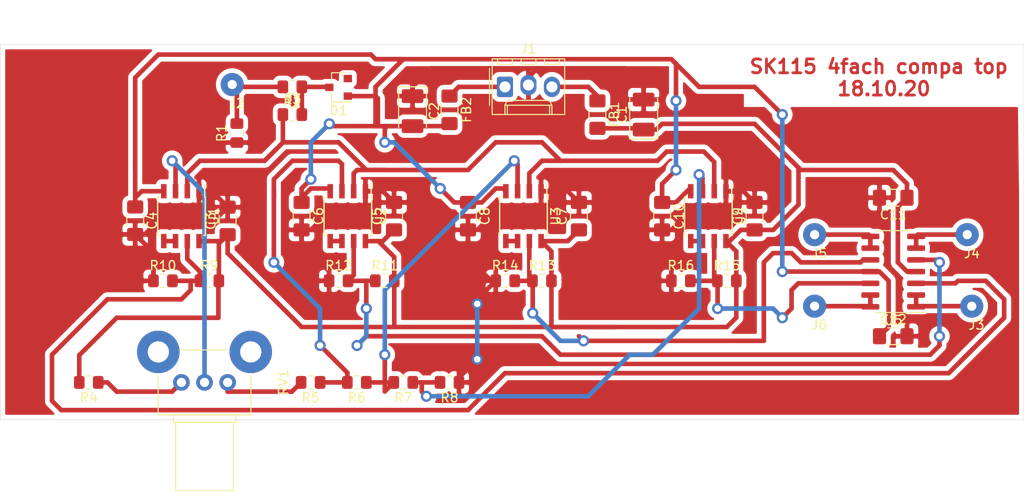
<source format=kicad_pcb>
(kicad_pcb (version 20171130) (host pcbnew "(5.1.6-0-10_14)")
  (layers (0 F.Cu signal) (31 B.Cu signal) (34 B.Paste user) (35 F.Paste user) (36 B.SilkS user) (37 F.SilkS user) (38 B.Mask user) (39 F.Mask user) (44 Edge.Cuts user))
  (net 0 "")
  (net 1 GND)
  (net 2 +5V)
  (net 3 -5V)
  (net 4 "Net-(D1-Pad3)")
  (net 5 "Net-(FB1-Pad1)")
  (net 6 "Net-(FB2-Pad1)")
  (net 7 "Net-(J2-Pad1)")
  (net 8 "Net-(J3-Pad1)")
  (net 9 "Net-(J4-Pad1)")
  (net 10 "Net-(J5-Pad1)")
  (net 11 "Net-(J6-Pad1)")
  (net 12 "Net-(R3-Pad1)")
  (net 13 "Net-(R4-Pad1)")
  (net 14 "Net-(R5-Pad2)")
  (net 15 "Net-(R5-Pad1)")
  (net 16 "Net-(R6-Pad1)")
  (net 17 "Net-(R7-Pad1)")
  (net 18 "Net-(R10-Pad2)")
  (net 19 "Net-(R11-Pad1)")
  (net 20 "Net-(R13-Pad1)")
  (net 21 "Net-(R15-Pad1)")
  (net 22 "Net-(U1-Pad5)")
  (net 23 "Net-(U2-Pad5)")
  (net 24 "Net-(U3-Pad5)")
  (net 25 "Net-(U4-Pad5)")
  (module synkie_footprints:SOIC-8_3.9x4.9mm_P1.27mm (layer F.Cu) (at 102 44 270)
    (fp_text reference U4 (at 0 -3.5 90) (layer F.SilkS))
    (fp_text value LM311D)
    (pad 8 smd rect (at 2.7 -1.905 270) (size 1.55 0.6) (layers F.Cu F.Paste F.Mask) (net 2 +5V))
    (pad 7 smd rect (at 2.7 -0.635 270) (size 1.55 0.6) (layers F.Cu F.Paste F.Mask) (net 21 "Net-(R15-Pad1)"))
    (pad 6 smd rect (at 2.7 0.635 270) (size 1.55 0.6) (layers F.Cu F.Paste F.Mask) (net 25 "Net-(U4-Pad5)"))
    (pad 5 smd rect (at 2.7 1.905 270) (size 1.55 0.6) (layers F.Cu F.Paste F.Mask) (net 25 "Net-(U4-Pad5)"))
    (pad 4 smd rect (at -2.7 1.905 270) (size 1.55 0.6) (layers F.Cu F.Paste F.Mask) (net 3 -5V))
    (pad 3 smd rect (at -2.7 0.635 270) (size 1.55 0.6) (layers F.Cu F.Paste F.Mask) (net 17 "Net-(R7-Pad1)"))
    (pad 2 smd rect (at -2.7 -0.635 270) (size 1.55 0.6) (layers F.Cu F.Paste F.Mask) (net 12 "Net-(R3-Pad1)"))
    (pad 1 smd rect (at -2.7 -1.905 270) (size 1.55 0.6) (layers F.Cu F.Paste F.Mask) (net 1 GND))
  )
  (module synkie_footprints:SOIC-8_3.9x4.9mm_P1.27mm (layer F.Cu) (at 82 44 270)
    (fp_text reference U3 (at 0 -3.5 90) (layer F.SilkS))
    (fp_text value LM311D)
    (pad 8 smd rect (at 2.7 -1.905 270) (size 1.55 0.6) (layers F.Cu F.Paste F.Mask) (net 2 +5V))
    (pad 7 smd rect (at 2.7 -0.635 270) (size 1.55 0.6) (layers F.Cu F.Paste F.Mask) (net 20 "Net-(R13-Pad1)"))
    (pad 6 smd rect (at 2.7 0.635 270) (size 1.55 0.6) (layers F.Cu F.Paste F.Mask) (net 24 "Net-(U3-Pad5)"))
    (pad 5 smd rect (at 2.7 1.905 270) (size 1.55 0.6) (layers F.Cu F.Paste F.Mask) (net 24 "Net-(U3-Pad5)"))
    (pad 4 smd rect (at -2.7 1.905 270) (size 1.55 0.6) (layers F.Cu F.Paste F.Mask) (net 3 -5V))
    (pad 3 smd rect (at -2.7 0.635 270) (size 1.55 0.6) (layers F.Cu F.Paste F.Mask) (net 16 "Net-(R6-Pad1)"))
    (pad 2 smd rect (at -2.7 -0.635 270) (size 1.55 0.6) (layers F.Cu F.Paste F.Mask) (net 12 "Net-(R3-Pad1)"))
    (pad 1 smd rect (at -2.7 -1.905 270) (size 1.55 0.6) (layers F.Cu F.Paste F.Mask) (net 1 GND))
  )
  (module synkie_footprints:SOIC-8_3.9x4.9mm_P1.27mm (layer F.Cu) (at 63 44 270)
    (fp_text reference U2 (at 0 -3.5 90) (layer F.SilkS))
    (fp_text value LM311D)
    (pad 8 smd rect (at 2.7 -1.905 270) (size 1.55 0.6) (layers F.Cu F.Paste F.Mask) (net 2 +5V))
    (pad 7 smd rect (at 2.7 -0.635 270) (size 1.55 0.6) (layers F.Cu F.Paste F.Mask) (net 19 "Net-(R11-Pad1)"))
    (pad 6 smd rect (at 2.7 0.635 270) (size 1.55 0.6) (layers F.Cu F.Paste F.Mask) (net 23 "Net-(U2-Pad5)"))
    (pad 5 smd rect (at 2.7 1.905 270) (size 1.55 0.6) (layers F.Cu F.Paste F.Mask) (net 23 "Net-(U2-Pad5)"))
    (pad 4 smd rect (at -2.7 1.905 270) (size 1.55 0.6) (layers F.Cu F.Paste F.Mask) (net 3 -5V))
    (pad 3 smd rect (at -2.7 0.635 270) (size 1.55 0.6) (layers F.Cu F.Paste F.Mask) (net 15 "Net-(R5-Pad1)"))
    (pad 2 smd rect (at -2.7 -0.635 270) (size 1.55 0.6) (layers F.Cu F.Paste F.Mask) (net 12 "Net-(R3-Pad1)"))
    (pad 1 smd rect (at -2.7 -1.905 270) (size 1.55 0.6) (layers F.Cu F.Paste F.Mask) (net 1 GND))
  )
  (module synkie_footprints:SOIC-8_3.9x4.9mm_P1.27mm (layer F.Cu) (at 45 44 270)
    (fp_text reference U1 (at 0 -3.5 90) (layer F.SilkS))
    (fp_text value LM311D)
    (pad 8 smd rect (at 2.7 -1.905 270) (size 1.55 0.6) (layers F.Cu F.Paste F.Mask) (net 2 +5V))
    (pad 7 smd rect (at 2.7 -0.635 270) (size 1.55 0.6) (layers F.Cu F.Paste F.Mask) (net 18 "Net-(R10-Pad2)"))
    (pad 6 smd rect (at 2.7 0.635 270) (size 1.55 0.6) (layers F.Cu F.Paste F.Mask) (net 22 "Net-(U1-Pad5)"))
    (pad 5 smd rect (at 2.7 1.905 270) (size 1.55 0.6) (layers F.Cu F.Paste F.Mask) (net 22 "Net-(U1-Pad5)"))
    (pad 4 smd rect (at -2.7 1.905 270) (size 1.55 0.6) (layers F.Cu F.Paste F.Mask) (net 3 -5V))
    (pad 3 smd rect (at -2.7 0.635 270) (size 1.55 0.6) (layers F.Cu F.Paste F.Mask) (net 14 "Net-(R5-Pad2)"))
    (pad 2 smd rect (at -2.7 -0.635 270) (size 1.55 0.6) (layers F.Cu F.Paste F.Mask) (net 12 "Net-(R3-Pad1)"))
    (pad 1 smd rect (at -2.7 -1.905 270) (size 1.55 0.6) (layers F.Cu F.Paste F.Mask) (net 1 GND))
  )
  (module synkie_footprints:Potentiometer_Alps_RK09K_Single_Horizontal (layer F.Cu) (at 45 62 270)
    (fp_text reference RV1 (at 0 -11.05 90) (layer F.SilkS))
    (fp_text value 10k)
    (pad "" thru_hole circle (at -3.3 2.5 270) (size 4.6 4.6) (drill 2.3) (layers *.Cu *.Mask))
    (pad "" thru_hole circle (at -3.3 -7.5 270) (size 4.6 4.6) (drill 2.3) (layers *.Cu *.Mask))
    (pad 1 thru_hole circle (at 0 0 270) (size 1.8 1.8) (drill 1) (layers *.Cu *.Mask) (net 13 "Net-(R4-Pad1)"))
    (pad 2 thru_hole circle (at 0 -2.5 270) (size 1.8 1.8) (drill 1) (layers *.Cu *.Mask) (net 14 "Net-(R5-Pad2)"))
    (pad 3 thru_hole circle (at 0 -5 270) (size 1.8 1.8) (drill 1) (layers *.Cu *.Mask) (net 14 "Net-(R5-Pad2)"))
  )
  (module Package_SO:SOIC-14_3.9x8.7mm_P1.27mm (layer F.Cu) (at 122 50 180)
    (fp_text reference U5 (at 0 -5.28) (layer F.SilkS))
    (fp_text value TL074)
    (pad 14 smd roundrect (at 2.475 -3.81 180) (size 1.95 0.6) (layers F.Cu F.Paste F.Mask) (net 11 "Net-(J6-Pad1)"))
    (pad 13 smd roundrect (at 2.475 -2.54 180) (size 1.95 0.6) (layers F.Cu F.Paste F.Mask) (net 11 "Net-(J6-Pad1)"))
    (pad 12 smd roundrect (at 2.475 -1.27 180) (size 1.95 0.6) (layers F.Cu F.Paste F.Mask) (net 21 "Net-(R15-Pad1)"))
    (pad 11 smd roundrect (at 2.475 0 180) (size 1.95 0.6) (layers F.Cu F.Paste F.Mask) (net 3 -5V))
    (pad 10 smd roundrect (at 2.475 1.27 180) (size 1.95 0.6) (layers F.Cu F.Paste F.Mask) (net 20 "Net-(R13-Pad1)"))
    (pad 9 smd roundrect (at 2.475 2.54 180) (size 1.95 0.6) (layers F.Cu F.Paste F.Mask) (net 10 "Net-(J5-Pad1)"))
    (pad 8 smd roundrect (at 2.475 3.81 180) (size 1.95 0.6) (layers F.Cu F.Paste F.Mask) (net 10 "Net-(J5-Pad1)"))
    (pad 7 smd roundrect (at -2.475 3.81 180) (size 1.95 0.6) (layers F.Cu F.Paste F.Mask) (net 9 "Net-(J4-Pad1)"))
    (pad 6 smd roundrect (at -2.475 2.54 180) (size 1.95 0.6) (layers F.Cu F.Paste F.Mask) (net 9 "Net-(J4-Pad1)"))
    (pad 5 smd roundrect (at -2.475 1.27 180) (size 1.95 0.6) (layers F.Cu F.Paste F.Mask) (net 19 "Net-(R11-Pad1)"))
    (pad 4 smd roundrect (at -2.475 0 180) (size 1.95 0.6) (layers F.Cu F.Paste F.Mask) (net 2 +5V))
    (pad 3 smd roundrect (at -2.475 -1.27 180) (size 1.95 0.6) (layers F.Cu F.Paste F.Mask) (net 18 "Net-(R10-Pad2)"))
    (pad 2 smd roundrect (at -2.475 -2.54 180) (size 1.95 0.6) (layers F.Cu F.Paste F.Mask) (net 8 "Net-(J3-Pad1)"))
    (pad 1 smd roundrect (at -2.475 -3.81 180) (size 1.95 0.6) (layers F.Cu F.Paste F.Mask) (net 8 "Net-(J3-Pad1)"))
  )
  (module synkie_footprints:R_0805_2012Metric_Pad1.15x1.40mm_HandSolder (layer F.Cu) (at 99.025 51)
    (fp_text reference R16 (at 0 -1.65) (layer F.SilkS))
    (fp_text value 1k8)
    (pad 2 smd roundrect (at 1.025 0) (size 1.15 1.4) (layers F.Cu F.Paste F.Mask) (roundrect_rratio 0.217391) (net 21 "Net-(R15-Pad1)"))
    (pad 1 smd roundrect (at -1.025 0) (size 1.15 1.4) (layers F.Cu F.Paste F.Mask) (roundrect_rratio 0.217391) (net 1 GND))
  )
  (module synkie_footprints:R_0805_2012Metric_Pad1.15x1.40mm_HandSolder (layer F.Cu) (at 104 51)
    (fp_text reference R15 (at 0 -1.65) (layer F.SilkS))
    (fp_text value 6k8)
    (pad 2 smd roundrect (at 1.025 0) (size 1.15 1.4) (layers F.Cu F.Paste F.Mask) (roundrect_rratio 0.217391) (net 2 +5V))
    (pad 1 smd roundrect (at -1.025 0) (size 1.15 1.4) (layers F.Cu F.Paste F.Mask) (roundrect_rratio 0.217391) (net 21 "Net-(R15-Pad1)"))
  )
  (module synkie_footprints:R_0805_2012Metric_Pad1.15x1.40mm_HandSolder (layer F.Cu) (at 80.025 51)
    (fp_text reference R14 (at 0 -1.65) (layer F.SilkS))
    (fp_text value 1k8)
    (pad 2 smd roundrect (at 1.025 0) (size 1.15 1.4) (layers F.Cu F.Paste F.Mask) (roundrect_rratio 0.217391) (net 20 "Net-(R13-Pad1)"))
    (pad 1 smd roundrect (at -1.025 0) (size 1.15 1.4) (layers F.Cu F.Paste F.Mask) (roundrect_rratio 0.217391) (net 1 GND))
  )
  (module synkie_footprints:R_0805_2012Metric_Pad1.15x1.40mm_HandSolder (layer F.Cu) (at 84 51)
    (fp_text reference R13 (at 0 -1.65) (layer F.SilkS))
    (fp_text value 6k8)
    (pad 2 smd roundrect (at 1.025 0) (size 1.15 1.4) (layers F.Cu F.Paste F.Mask) (roundrect_rratio 0.217391) (net 2 +5V))
    (pad 1 smd roundrect (at -1.025 0) (size 1.15 1.4) (layers F.Cu F.Paste F.Mask) (roundrect_rratio 0.217391) (net 20 "Net-(R13-Pad1)"))
  )
  (module synkie_footprints:R_0805_2012Metric_Pad1.15x1.40mm_HandSolder (layer F.Cu) (at 62 51)
    (fp_text reference R12 (at 0 -1.65) (layer F.SilkS))
    (fp_text value 1k8)
    (pad 2 smd roundrect (at 1.025 0) (size 1.15 1.4) (layers F.Cu F.Paste F.Mask) (roundrect_rratio 0.217391) (net 19 "Net-(R11-Pad1)"))
    (pad 1 smd roundrect (at -1.025 0) (size 1.15 1.4) (layers F.Cu F.Paste F.Mask) (roundrect_rratio 0.217391) (net 1 GND))
  )
  (module synkie_footprints:R_0805_2012Metric_Pad1.15x1.40mm_HandSolder (layer F.Cu) (at 67 51)
    (fp_text reference R11 (at 0 -1.65) (layer F.SilkS))
    (fp_text value 6k8)
    (pad 2 smd roundrect (at 1.025 0) (size 1.15 1.4) (layers F.Cu F.Paste F.Mask) (roundrect_rratio 0.217391) (net 2 +5V))
    (pad 1 smd roundrect (at -1.025 0) (size 1.15 1.4) (layers F.Cu F.Paste F.Mask) (roundrect_rratio 0.217391) (net 19 "Net-(R11-Pad1)"))
  )
  (module synkie_footprints:R_0805_2012Metric_Pad1.15x1.40mm_HandSolder (layer F.Cu) (at 43 51)
    (fp_text reference R10 (at 0 -1.65) (layer F.SilkS))
    (fp_text value 1k8)
    (pad 2 smd roundrect (at 1.025 0) (size 1.15 1.4) (layers F.Cu F.Paste F.Mask) (roundrect_rratio 0.217391) (net 18 "Net-(R10-Pad2)"))
    (pad 1 smd roundrect (at -1.025 0) (size 1.15 1.4) (layers F.Cu F.Paste F.Mask) (roundrect_rratio 0.217391) (net 1 GND))
  )
  (module synkie_footprints:R_0805_2012Metric_Pad1.15x1.40mm_HandSolder (layer F.Cu) (at 48.025 51)
    (fp_text reference R9 (at 0 -1.65) (layer F.SilkS))
    (fp_text value 6k8)
    (pad 2 smd roundrect (at 1.025 0) (size 1.15 1.4) (layers F.Cu F.Paste F.Mask) (roundrect_rratio 0.217391) (net 2 +5V))
    (pad 1 smd roundrect (at -1.025 0) (size 1.15 1.4) (layers F.Cu F.Paste F.Mask) (roundrect_rratio 0.217391) (net 18 "Net-(R10-Pad2)"))
  )
  (module synkie_footprints:R_0805_2012Metric_Pad1.15x1.40mm_HandSolder (layer F.Cu) (at 74 62 180)
    (fp_text reference R8 (at 0 -1.65) (layer F.SilkS))
    (fp_text value 2k2)
    (pad 2 smd roundrect (at 1.025 0 180) (size 1.15 1.4) (layers F.Cu F.Paste F.Mask) (roundrect_rratio 0.217391) (net 17 "Net-(R7-Pad1)"))
    (pad 1 smd roundrect (at -1.025 0 180) (size 1.15 1.4) (layers F.Cu F.Paste F.Mask) (roundrect_rratio 0.217391) (net 1 GND))
  )
  (module synkie_footprints:R_0805_2012Metric_Pad1.15x1.40mm_HandSolder (layer F.Cu) (at 69 62 180)
    (fp_text reference R7 (at 0 -1.65) (layer F.SilkS))
    (fp_text value 2k2)
    (pad 2 smd roundrect (at 1.025 0 180) (size 1.15 1.4) (layers F.Cu F.Paste F.Mask) (roundrect_rratio 0.217391) (net 16 "Net-(R6-Pad1)"))
    (pad 1 smd roundrect (at -1.025 0 180) (size 1.15 1.4) (layers F.Cu F.Paste F.Mask) (roundrect_rratio 0.217391) (net 17 "Net-(R7-Pad1)"))
  )
  (module synkie_footprints:R_0805_2012Metric_Pad1.15x1.40mm_HandSolder (layer F.Cu) (at 63.975 62 180)
    (fp_text reference R6 (at 0 -1.65) (layer F.SilkS))
    (fp_text value 2k2)
    (pad 2 smd roundrect (at 1.025 0 180) (size 1.15 1.4) (layers F.Cu F.Paste F.Mask) (roundrect_rratio 0.217391) (net 15 "Net-(R5-Pad1)"))
    (pad 1 smd roundrect (at -1.025 0 180) (size 1.15 1.4) (layers F.Cu F.Paste F.Mask) (roundrect_rratio 0.217391) (net 16 "Net-(R6-Pad1)"))
  )
  (module synkie_footprints:R_0805_2012Metric_Pad1.15x1.40mm_HandSolder (layer F.Cu) (at 58.975 62 180)
    (fp_text reference R5 (at 0 -1.65) (layer F.SilkS))
    (fp_text value 2k2)
    (pad 2 smd roundrect (at 1.025 0 180) (size 1.15 1.4) (layers F.Cu F.Paste F.Mask) (roundrect_rratio 0.217391) (net 14 "Net-(R5-Pad2)"))
    (pad 1 smd roundrect (at -1.025 0 180) (size 1.15 1.4) (layers F.Cu F.Paste F.Mask) (roundrect_rratio 0.217391) (net 15 "Net-(R5-Pad1)"))
  )
  (module synkie_footprints:R_0805_2012Metric_Pad1.15x1.40mm_HandSolder (layer F.Cu) (at 34.975 62 180)
    (fp_text reference R4 (at 0 -1.65) (layer F.SilkS))
    (fp_text value 49k)
    (pad 2 smd roundrect (at 1.025 0 180) (size 1.15 1.4) (layers F.Cu F.Paste F.Mask) (roundrect_rratio 0.217391) (net 2 +5V))
    (pad 1 smd roundrect (at -1.025 0 180) (size 1.15 1.4) (layers F.Cu F.Paste F.Mask) (roundrect_rratio 0.217391) (net 13 "Net-(R4-Pad1)"))
  )
  (module synkie_footprints:R_0805_2012Metric_Pad1.15x1.40mm_HandSolder (layer F.Cu) (at 57 33)
    (fp_text reference R3 (at 0 -1.65) (layer F.SilkS))
    (fp_text value 100)
    (pad 2 smd roundrect (at 1.025 0) (size 1.15 1.4) (layers F.Cu F.Paste F.Mask) (roundrect_rratio 0.217391) (net 4 "Net-(D1-Pad3)"))
    (pad 1 smd roundrect (at -1.025 0) (size 1.15 1.4) (layers F.Cu F.Paste F.Mask) (roundrect_rratio 0.217391) (net 12 "Net-(R3-Pad1)"))
  )
  (module synkie_footprints:R_0805_2012Metric_Pad1.15x1.40mm_HandSolder (layer F.Cu) (at 57 30 180)
    (fp_text reference R2 (at 0 -1.65) (layer F.SilkS))
    (fp_text value 100)
    (pad 2 smd roundrect (at 1.025 0 180) (size 1.15 1.4) (layers F.Cu F.Paste F.Mask) (roundrect_rratio 0.217391) (net 7 "Net-(J2-Pad1)"))
    (pad 1 smd roundrect (at -1.025 0 180) (size 1.15 1.4) (layers F.Cu F.Paste F.Mask) (roundrect_rratio 0.217391) (net 4 "Net-(D1-Pad3)"))
  )
  (module synkie_footprints:R_0805_2012Metric_Pad1.15x1.40mm_HandSolder (layer F.Cu) (at 51 35 90)
    (fp_text reference R1 (at 0 -1.65 90) (layer F.SilkS))
    (fp_text value 4k7)
    (pad 2 smd roundrect (at 1.025 0 90) (size 1.15 1.4) (layers F.Cu F.Paste F.Mask) (roundrect_rratio 0.217391) (net 7 "Net-(J2-Pad1)"))
    (pad 1 smd roundrect (at -1.025 0 90) (size 1.15 1.4) (layers F.Cu F.Paste F.Mask) (roundrect_rratio 0.217391) (net 1 GND))
  )
  (module synkie_footprints:Solderpad_1mm (layer F.Cu) (at 114 54)
    (fp_text reference J6 (at 0 1.778) (layer F.SilkS))
    (fp_text value CV1)
    (pad 1 thru_hole circle (at -0.508 -0.254) (size 2.5 2.5) (drill 1) (layers *.Cu *.Mask) (net 11 "Net-(J6-Pad1)"))
  )
  (module synkie_footprints:Solderpad_1mm (layer F.Cu) (at 131 54)
    (fp_text reference J3 (at 0 1.778) (layer F.SilkS))
    (fp_text value CV4)
    (pad 1 thru_hole circle (at -0.508 -0.254) (size 2.5 2.5) (drill 1) (layers *.Cu *.Mask) (net 8 "Net-(J3-Pad1)"))
  )
  (module synkie_footprints:Solderpad_1mm (layer F.Cu) (at 114 46.254)
    (fp_text reference J5 (at 0 1.778) (layer F.SilkS))
    (fp_text value CV2)
    (pad 1 thru_hole circle (at -0.508 -0.254) (size 2.5 2.5) (drill 1) (layers *.Cu *.Mask) (net 10 "Net-(J5-Pad1)"))
  )
  (module synkie_footprints:Solderpad_1mm (layer F.Cu) (at 130.508 46.254)
    (fp_text reference J4 (at 0 1.778) (layer F.SilkS))
    (fp_text value CV3)
    (pad 1 thru_hole circle (at -0.508 -0.254) (size 2.5 2.5) (drill 1) (layers *.Cu *.Mask) (net 9 "Net-(J4-Pad1)"))
  )
  (module synkie_footprints:Solderpad_1mm (layer F.Cu) (at 51 30)
    (fp_text reference J2 (at 0 1.778) (layer F.SilkS))
    (fp_text value SIFF_IN)
    (pad 1 thru_hole circle (at -0.508 -0.254) (size 2.5 2.5) (drill 1) (layers *.Cu *.Mask) (net 7 "Net-(J2-Pad1)"))
  )
  (module synkie_footprints:Molex_KK-254_AE-6410-03A_1x03_P2.54mm_Vertical (layer F.Cu) (at 80 30)
    (fp_text reference J1 (at 2.54 -4.12) (layer F.SilkS))
    (fp_text value Power)
    (pad 3 thru_hole oval (at 5.08 0) (size 1.74 2.2) (drill 1.2) (layers *.Cu *.Mask) (net 5 "Net-(FB1-Pad1)"))
    (pad 2 thru_hole oval (at 2.54 -0.2) (size 1.74 2.2) (drill 1.2) (layers *.Cu *.Mask) (net 1 GND))
    (pad 1 thru_hole roundrect (at 0 0) (size 1.74 2.2) (drill 1.2) (layers *.Cu *.Mask) (roundrect_rratio 0.143678) (net 6 "Net-(FB2-Pad1)"))
  )
  (module synkie_footprints:L_1206_3216Metric_Pad1.42x1.75mm_HandSolder (layer F.Cu) (at 74 32.4875 270)
    (fp_text reference FB2 (at 0 -1.82 90) (layer F.SilkS))
    (fp_text value 330u)
    (pad 2 smd roundrect (at 1.4875 0 270) (size 1.425 1.75) (layers F.Cu F.Paste F.Mask) (roundrect_rratio 0.175439) (net 3 -5V))
    (pad 1 smd roundrect (at -1.4875 0 270) (size 1.425 1.75) (layers F.Cu F.Paste F.Mask) (roundrect_rratio 0.175439) (net 6 "Net-(FB2-Pad1)"))
  )
  (module synkie_footprints:L_1206_3216Metric_Pad1.42x1.75mm_HandSolder (layer F.Cu) (at 90 33 270)
    (fp_text reference FB1 (at 0 -1.82 90) (layer F.SilkS))
    (fp_text value 330u)
    (pad 2 smd roundrect (at 1.4875 0 270) (size 1.425 1.75) (layers F.Cu F.Paste F.Mask) (roundrect_rratio 0.175439) (net 2 +5V))
    (pad 1 smd roundrect (at -1.4875 0 270) (size 1.425 1.75) (layers F.Cu F.Paste F.Mask) (roundrect_rratio 0.175439) (net 5 "Net-(FB1-Pad1)"))
  )
  (module synkie_footprints:SOT-23 (layer F.Cu) (at 62 30.05 180)
    (fp_text reference D1 (at 0 -2.5) (layer F.SilkS))
    (fp_text value BAT54S)
    (pad 3 smd rect (at 1 0 180) (size 0.9 0.8) (layers F.Cu F.Paste F.Mask) (net 4 "Net-(D1-Pad3)"))
    (pad 2 smd rect (at -1 0.95 180) (size 0.9 0.8) (layers F.Cu F.Paste F.Mask) (net 2 +5V))
    (pad 1 smd rect (at -1 -0.95 180) (size 0.9 0.8) (layers F.Cu F.Paste F.Mask) (net 3 -5V))
  )
  (module synkie_footprints:C_1206_3216Metric_Pad1.42x1.75mm_HandSolder (layer F.Cu) (at 122 57)
    (fp_text reference C12 (at 0 -1.82) (layer F.SilkS))
    (fp_text value 100n)
    (pad 2 smd roundrect (at 1.4875 0) (size 1.425 1.75) (layers F.Cu F.Paste F.Mask) (roundrect_rratio 0.175439) (net 1 GND))
    (pad 1 smd roundrect (at -1.4875 0) (size 1.425 1.75) (layers F.Cu F.Paste F.Mask) (roundrect_rratio 0.175439) (net 3 -5V))
  )
  (module synkie_footprints:C_1206_3216Metric_Pad1.42x1.75mm_HandSolder (layer F.Cu) (at 122 42 180)
    (fp_text reference C11 (at 0 -1.82) (layer F.SilkS))
    (fp_text value 100n)
    (pad 2 smd roundrect (at 1.4875 0 180) (size 1.425 1.75) (layers F.Cu F.Paste F.Mask) (roundrect_rratio 0.175439) (net 1 GND))
    (pad 1 smd roundrect (at -1.4875 0 180) (size 1.425 1.75) (layers F.Cu F.Paste F.Mask) (roundrect_rratio 0.175439) (net 2 +5V))
  )
  (module synkie_footprints:C_1206_3216Metric_Pad1.42x1.75mm_HandSolder (layer F.Cu) (at 97 44 270)
    (fp_text reference C10 (at 0 -1.82 90) (layer F.SilkS))
    (fp_text value 100n)
    (pad 2 smd roundrect (at 1.4875 0 270) (size 1.425 1.75) (layers F.Cu F.Paste F.Mask) (roundrect_rratio 0.175439) (net 1 GND))
    (pad 1 smd roundrect (at -1.4875 0 270) (size 1.425 1.75) (layers F.Cu F.Paste F.Mask) (roundrect_rratio 0.175439) (net 3 -5V))
  )
  (module synkie_footprints:C_1206_3216Metric_Pad1.42x1.75mm_HandSolder (layer F.Cu) (at 107 44 90)
    (fp_text reference C9 (at 0 -1.82 90) (layer F.SilkS))
    (fp_text value 100n)
    (pad 2 smd roundrect (at 1.4875 0 90) (size 1.425 1.75) (layers F.Cu F.Paste F.Mask) (roundrect_rratio 0.175439) (net 1 GND))
    (pad 1 smd roundrect (at -1.4875 0 90) (size 1.425 1.75) (layers F.Cu F.Paste F.Mask) (roundrect_rratio 0.175439) (net 2 +5V))
  )
  (module synkie_footprints:C_1206_3216Metric_Pad1.42x1.75mm_HandSolder (layer F.Cu) (at 76 44 270)
    (fp_text reference C8 (at 0 -1.82 90) (layer F.SilkS))
    (fp_text value 100n)
    (pad 2 smd roundrect (at 1.4875 0 270) (size 1.425 1.75) (layers F.Cu F.Paste F.Mask) (roundrect_rratio 0.175439) (net 1 GND))
    (pad 1 smd roundrect (at -1.4875 0 270) (size 1.425 1.75) (layers F.Cu F.Paste F.Mask) (roundrect_rratio 0.175439) (net 3 -5V))
  )
  (module synkie_footprints:C_1206_3216Metric_Pad1.42x1.75mm_HandSolder (layer F.Cu) (at 88 44 90)
    (fp_text reference C7 (at 0 -1.82 90) (layer F.SilkS))
    (fp_text value 100n)
    (pad 2 smd roundrect (at 1.4875 0 90) (size 1.425 1.75) (layers F.Cu F.Paste F.Mask) (roundrect_rratio 0.175439) (net 1 GND))
    (pad 1 smd roundrect (at -1.4875 0 90) (size 1.425 1.75) (layers F.Cu F.Paste F.Mask) (roundrect_rratio 0.175439) (net 2 +5V))
  )
  (module synkie_footprints:C_1206_3216Metric_Pad1.42x1.75mm_HandSolder (layer F.Cu) (at 58 44 270)
    (fp_text reference C6 (at 0 -1.82 90) (layer F.SilkS))
    (fp_text value 100n)
    (pad 2 smd roundrect (at 1.4875 0 270) (size 1.425 1.75) (layers F.Cu F.Paste F.Mask) (roundrect_rratio 0.175439) (net 1 GND))
    (pad 1 smd roundrect (at -1.4875 0 270) (size 1.425 1.75) (layers F.Cu F.Paste F.Mask) (roundrect_rratio 0.175439) (net 3 -5V))
  )
  (module synkie_footprints:C_1206_3216Metric_Pad1.42x1.75mm_HandSolder (layer F.Cu) (at 68 44 90)
    (fp_text reference C5 (at 0 -1.82 90) (layer F.SilkS))
    (fp_text value 100n)
    (pad 2 smd roundrect (at 1.4875 0 90) (size 1.425 1.75) (layers F.Cu F.Paste F.Mask) (roundrect_rratio 0.175439) (net 1 GND))
    (pad 1 smd roundrect (at -1.4875 0 90) (size 1.425 1.75) (layers F.Cu F.Paste F.Mask) (roundrect_rratio 0.175439) (net 2 +5V))
  )
  (module synkie_footprints:C_1206_3216Metric_Pad1.42x1.75mm_HandSolder (layer F.Cu) (at 40 44.4875 270)
    (fp_text reference C4 (at 0 -1.82 90) (layer F.SilkS))
    (fp_text value 100n)
    (pad 2 smd roundrect (at 1.4875 0 270) (size 1.425 1.75) (layers F.Cu F.Paste F.Mask) (roundrect_rratio 0.175439) (net 1 GND))
    (pad 1 smd roundrect (at -1.4875 0 270) (size 1.425 1.75) (layers F.Cu F.Paste F.Mask) (roundrect_rratio 0.175439) (net 3 -5V))
  )
  (module synkie_footprints:C_1206_3216Metric_Pad1.42x1.75mm_HandSolder (layer F.Cu) (at 50 44.5125 90)
    (fp_text reference C3 (at 0 -1.82 90) (layer F.SilkS))
    (fp_text value 100n)
    (pad 2 smd roundrect (at 1.4875 0 90) (size 1.425 1.75) (layers F.Cu F.Paste F.Mask) (roundrect_rratio 0.175439) (net 1 GND))
    (pad 1 smd roundrect (at -1.4875 0 90) (size 1.425 1.75) (layers F.Cu F.Paste F.Mask) (roundrect_rratio 0.175439) (net 2 +5V))
  )
  (module synkie_footprints:CP_EIA-3528-21_Kemet-B_Pad1.50x2.35mm_HandSolder (layer F.Cu) (at 70 32.625 270)
    (fp_text reference C2 (at 0 -2.35 90) (layer F.SilkS))
    (fp_text value 10u)
    (pad 2 smd roundrect (at 1.625 0 270) (size 1.5 2.35) (layers F.Cu F.Paste F.Mask) (roundrect_rratio 0.166667) (net 3 -5V))
    (pad 1 smd roundrect (at -1.625 0 270) (size 1.5 2.35) (layers F.Cu F.Paste F.Mask) (roundrect_rratio 0.166667) (net 1 GND))
  )
  (module synkie_footprints:CP_EIA-3528-21_Kemet-B_Pad1.50x2.35mm_HandSolder (layer F.Cu) (at 95 33 90)
    (fp_text reference C1 (at 0 -2.35 90) (layer F.SilkS))
    (fp_text value 10u)
    (pad 2 smd roundrect (at 1.625 0 90) (size 1.5 2.35) (layers F.Cu F.Paste F.Mask) (roundrect_rratio 0.166667) (net 1 GND))
    (pad 1 smd roundrect (at -1.625 0 90) (size 1.5 2.35) (layers F.Cu F.Paste F.Mask) (roundrect_rratio 0.166667) (net 2 +5V))
  )
  (gr_text "SK115 4fach compa top \n18.10.20" (at 121 29) (layer F.Cu) (effects (font (size 1.5 1.5) (thickness 0.3))))
  (gr_line (start 25.4 66.04) (end 25.4 25.4) (layer Edge.Cuts) (width 0.05))
  (gr_line (start 136.144 66.04) (end 25.4 66.04) (layer Edge.Cuts) (width 0.05))
  (gr_line (start 136.144 25.4) (end 136.144 66.04) (layer Edge.Cuts) (width 0.05))
  (gr_line (start 25.4 25.4) (end 136.144 25.4) (layer Edge.Cuts) (width 0.05))
  (segment (start 50 43.025) (end 50 43) (width 0.5) (layer F.Cu) (net 1))
  (segment (start 50 43) (end 49 42) (width 0.5) (layer F.Cu) (net 1))
  (segment (start 49 42) (end 47 42) (width 0.5) (layer F.Cu) (net 1))
  (segment (start 40 45.975) (end 41.025 45.975) (width 0.5) (layer F.Cu) (net 1))
  (segment (start 41.025 45.975) (end 43 44) (width 0.5) (layer F.Cu) (net 1))
  (segment (start 49.025 44) (end 50 43.025) (width 0.5) (layer F.Cu) (net 1))
  (segment (start 43 44) (end 49.025 44) (width 0.5) (layer F.Cu) (net 1))
  (segment (start 41.975 47.95) (end 40 45.975) (width 0.5) (layer F.Cu) (net 1))
  (segment (start 41.975 51) (end 41.975 47.95) (width 0.5) (layer F.Cu) (net 1))
  (segment (start 60.975 51) (end 60.975 49.975) (width 0.5) (layer F.Cu) (net 1))
  (segment (start 58 47) (end 58 45.4875) (width 0.5) (layer F.Cu) (net 1))
  (segment (start 60.975 49.975) (end 58 47) (width 0.5) (layer F.Cu) (net 1))
  (segment (start 82.54 29.8) (end 82.54 28.96) (width 0.5) (layer F.Cu) (net 1))
  (segment (start 82.54 28.96) (end 83.5 28) (width 0.5) (layer F.Cu) (net 1))
  (segment (start 95 30) (end 95 31.375) (width 0.5) (layer F.Cu) (net 1))
  (segment (start 93 28) (end 95 30) (width 0.5) (layer F.Cu) (net 1))
  (segment (start 84 28) (end 72 28) (width 0.5) (layer F.Cu) (net 1))
  (segment (start 83.5 28) (end 84 28) (width 0.5) (layer F.Cu) (net 1))
  (segment (start 84 28) (end 93 28) (width 0.5) (layer F.Cu) (net 1))
  (segment (start 70 30) (end 70 31) (width 0.5) (layer F.Cu) (net 1))
  (segment (start 72 28) (end 70 30) (width 0.5) (layer F.Cu) (net 1))
  (segment (start 76 45.4875) (end 77.0125 45.4875) (width 0.5) (layer F.Cu) (net 1))
  (segment (start 77.0125 45.4875) (end 78.5 44) (width 0.5) (layer F.Cu) (net 1))
  (segment (start 78.5 44) (end 83 44) (width 0.5) (layer F.Cu) (net 1))
  (segment (start 83.905 43.095) (end 83.905 41.3) (width 0.5) (layer F.Cu) (net 1))
  (segment (start 83 44) (end 83.905 43.095) (width 0.5) (layer F.Cu) (net 1))
  (segment (start 86.7875 41.3) (end 88 42.5125) (width 0.5) (layer F.Cu) (net 1))
  (segment (start 83.905 41.3) (end 86.7875 41.3) (width 0.5) (layer F.Cu) (net 1))
  (segment (start 88 42.5125) (end 91.0125 42.5125) (width 0.5) (layer F.Cu) (net 1))
  (segment (start 93.9875 45.4875) (end 97 45.4875) (width 0.5) (layer F.Cu) (net 1))
  (segment (start 91.0125 42.5125) (end 93.9875 45.4875) (width 0.5) (layer F.Cu) (net 1))
  (segment (start 97 45.4875) (end 98.0125 45.4875) (width 0.5) (layer F.Cu) (net 1))
  (segment (start 98.0125 45.4875) (end 99 44.5) (width 0.5) (layer F.Cu) (net 1))
  (segment (start 99 44.5) (end 102 44.5) (width 0.5) (layer F.Cu) (net 1))
  (segment (start 103.905 42.595) (end 103.905 41.3) (width 0.5) (layer F.Cu) (net 1))
  (segment (start 102 44.5) (end 103.905 42.595) (width 0.5) (layer F.Cu) (net 1))
  (segment (start 105.7875 41.3) (end 107 42.5125) (width 0.5) (layer F.Cu) (net 1))
  (segment (start 103.905 41.3) (end 105.7875 41.3) (width 0.5) (layer F.Cu) (net 1))
  (segment (start 79 51) (end 78.5 51) (width 0.5) (layer F.Cu) (net 1))
  (segment (start 76 48.5) (end 76 45.4875) (width 0.5) (layer F.Cu) (net 1))
  (segment (start 78.5 51) (end 76 48.5) (width 0.5) (layer F.Cu) (net 1))
  (segment (start 50 43.025) (end 52.025 43.025) (width 0.5) (layer F.Cu) (net 1))
  (segment (start 52.025 43.025) (end 53 44) (width 0.5) (layer F.Cu) (net 1))
  (segment (start 53 44) (end 53 49.5) (width 0.5) (layer F.Cu) (net 1))
  (segment (start 54.5 51) (end 60.975 51) (width 0.5) (layer F.Cu) (net 1))
  (segment (start 53 49.5) (end 54.5 51) (width 0.5) (layer F.Cu) (net 1))
  (segment (start 75.025 62) (end 75.025 61.475) (width 0.5) (layer F.Cu) (net 1))
  (via (at 77 59.5) (size 1.2) (drill 0.7) (layers F.Cu B.Cu) (net 1))
  (segment (start 75.025 61.475) (end 77 59.5) (width 0.5) (layer F.Cu) (net 1))
  (segment (start 77 59.5) (end 77 53.5) (width 0.5) (layer B.Cu) (net 1))
  (via (at 77 53.5) (size 1.2) (drill 0.7) (layers F.Cu B.Cu) (net 1))
  (segment (start 77 53) (end 79 51) (width 0.5) (layer F.Cu) (net 1))
  (segment (start 77 53.5) (end 77 53) (width 0.5) (layer F.Cu) (net 1))
  (segment (start 58 45.4875) (end 59.0125 45.4875) (width 0.5) (layer F.Cu) (net 1))
  (segment (start 59.0125 45.4875) (end 60.5 44) (width 0.5) (layer F.Cu) (net 1))
  (segment (start 60.5 44) (end 64.5 44) (width 0.5) (layer F.Cu) (net 1))
  (segment (start 64.905 43.595) (end 64.905 41.3) (width 0.5) (layer F.Cu) (net 1))
  (segment (start 64.5 44) (end 64.905 43.595) (width 0.5) (layer F.Cu) (net 1))
  (segment (start 66.7875 41.3) (end 68 42.5125) (width 0.5) (layer F.Cu) (net 1))
  (segment (start 64.905 41.3) (end 66.7875 41.3) (width 0.5) (layer F.Cu) (net 1))
  (segment (start 68 42.5125) (end 70.5125 42.5125) (width 0.5) (layer F.Cu) (net 1))
  (segment (start 73.4875 45.4875) (end 76 45.4875) (width 0.5) (layer F.Cu) (net 1))
  (segment (start 70.5125 42.5125) (end 73.4875 45.4875) (width 0.5) (layer F.Cu) (net 1))
  (segment (start 40 43) (end 40 42) (width 0.5) (layer F.Cu) (net 3))
  (segment (start 40.7 41.3) (end 43.095 41.3) (width 0.5) (layer F.Cu) (net 3))
  (segment (start 40 42) (end 40.7 41.3) (width 0.5) (layer F.Cu) (net 3))
  (segment (start 58 42.5125) (end 58 42) (width 0.5) (layer F.Cu) (net 3))
  (segment (start 58 42) (end 59 41) (width 0.5) (layer F.Cu) (net 3))
  (segment (start 59 41) (end 61 41) (width 0.5) (layer F.Cu) (net 3))
  (segment (start 76 42.5125) (end 77.4875 42.5125) (width 0.5) (layer F.Cu) (net 3))
  (segment (start 77.4875 42.5125) (end 79 41) (width 0.5) (layer F.Cu) (net 3))
  (segment (start 79.795 41) (end 80.095 41.3) (width 0.5) (layer F.Cu) (net 3))
  (segment (start 79 41) (end 79.795 41) (width 0.5) (layer F.Cu) (net 3))
  (segment (start 49.3 46.7) (end 50 46) (width 0.5) (layer F.Cu) (net 2))
  (segment (start 46.905 46.7) (end 49.3 46.7) (width 0.5) (layer F.Cu) (net 2))
  (segment (start 66.7875 46.7) (end 68 45.4875) (width 0.5) (layer F.Cu) (net 2))
  (segment (start 86.7875 46.7) (end 88 45.4875) (width 0.5) (layer F.Cu) (net 2))
  (segment (start 83.905 46.7) (end 86.7875 46.7) (width 0.5) (layer F.Cu) (net 2))
  (segment (start 85.025 47.82) (end 83.905 46.7) (width 0.5) (layer F.Cu) (net 2))
  (segment (start 85.025 51) (end 85.025 47.82) (width 0.5) (layer F.Cu) (net 2))
  (segment (start 105.025 51) (end 105.025 47.82) (width 0.5) (layer F.Cu) (net 2))
  (segment (start 107 45.4875) (end 105.5125 45.4875) (width 0.5) (layer F.Cu) (net 2))
  (segment (start 105.5125 45.4875) (end 104.1025 46.8975) (width 0.5) (layer F.Cu) (net 2))
  (segment (start 104.1025 46.8975) (end 103.905 46.7) (width 0.5) (layer F.Cu) (net 2))
  (segment (start 105.025 47.82) (end 104.1025 46.8975) (width 0.5) (layer F.Cu) (net 2))
  (segment (start 68.025 48.425) (end 66.3 46.7) (width 0.5) (layer F.Cu) (net 2))
  (segment (start 68.025 51) (end 68.025 48.425) (width 0.5) (layer F.Cu) (net 2))
  (segment (start 66.3 46.7) (end 66.7875 46.7) (width 0.5) (layer F.Cu) (net 2))
  (segment (start 64.905 46.7) (end 66.3 46.7) (width 0.5) (layer F.Cu) (net 2))
  (segment (start 49.05 46.95) (end 49.3 46.7) (width 0.5) (layer F.Cu) (net 2))
  (segment (start 49.05 51) (end 49.05 46.95) (width 0.5) (layer F.Cu) (net 2))
  (segment (start 94.8625 34.4875) (end 95 34.625) (width 0.5) (layer F.Cu) (net 2))
  (segment (start 90 34.4875) (end 94.8625 34.4875) (width 0.5) (layer F.Cu) (net 2))
  (segment (start 105.025 54.975) (end 105.025 51) (width 0.5) (layer F.Cu) (net 2))
  (segment (start 104 56) (end 105.025 54.975) (width 0.5) (layer F.Cu) (net 2))
  (segment (start 50 48) (end 58 56) (width 0.5) (layer F.Cu) (net 2))
  (segment (start 50 46) (end 50 48) (width 0.5) (layer F.Cu) (net 2))
  (segment (start 68.025 55.975) (end 68 56) (width 0.5) (layer F.Cu) (net 2))
  (segment (start 68.025 51) (end 68.025 55.975) (width 0.5) (layer F.Cu) (net 2))
  (segment (start 58 56) (end 68 56) (width 0.5) (layer F.Cu) (net 2))
  (segment (start 85.025 51) (end 85.025 55.975) (width 0.5) (layer F.Cu) (net 2))
  (segment (start 92 56) (end 104 56) (width 0.5) (layer F.Cu) (net 2))
  (segment (start 85.05 56) (end 92 56) (width 0.5) (layer F.Cu) (net 2))
  (segment (start 85.025 55.975) (end 85.05 56) (width 0.5) (layer F.Cu) (net 2))
  (segment (start 68 56) (end 92 56) (width 0.5) (layer F.Cu) (net 2))
  (segment (start 49 51.05) (end 49.05 51) (width 0.5) (layer F.Cu) (net 2))
  (segment (start 49 55) (end 49 51.05) (width 0.5) (layer F.Cu) (net 2))
  (segment (start 38 55) (end 49 55) (width 0.5) (layer F.Cu) (net 2))
  (segment (start 33.95 59.05) (end 38 55) (width 0.5) (layer F.Cu) (net 2))
  (segment (start 33.95 62) (end 33.95 59.05) (width 0.5) (layer F.Cu) (net 2))
  (segment (start 107 34) (end 111 38) (width 0.5) (layer F.Cu) (net 2))
  (segment (start 97 34) (end 107 34) (width 0.5) (layer F.Cu) (net 2))
  (segment (start 96.375 34.625) (end 97 34) (width 0.5) (layer F.Cu) (net 2))
  (segment (start 95 34.625) (end 96.375 34.625) (width 0.5) (layer F.Cu) (net 2))
  (segment (start 112 39) (end 111 38) (width 0.5) (layer F.Cu) (net 2))
  (segment (start 122 39) (end 112 39) (width 0.5) (layer F.Cu) (net 2))
  (segment (start 123.4875 40.4875) (end 122 39) (width 0.5) (layer F.Cu) (net 2))
  (segment (start 123.4875 42) (end 123.4875 40.4875) (width 0.5) (layer F.Cu) (net 2))
  (segment (start 109.0125 45.4875) (end 107 45.4875) (width 0.5) (layer F.Cu) (net 2))
  (segment (start 111.75 42.75) (end 109.0125 45.4875) (width 0.5) (layer F.Cu) (net 2))
  (segment (start 111.75 38.75) (end 111.75 42.75) (width 0.5) (layer F.Cu) (net 2))
  (segment (start 111 38) (end 111.75 38.75) (width 0.5) (layer F.Cu) (net 2))
  (segment (start 122.5 42.9875) (end 123.4875 42) (width 0.5) (layer F.Cu) (net 2))
  (segment (start 122.5 49) (end 122.5 42.9875) (width 0.5) (layer F.Cu) (net 2))
  (segment (start 123.5 50) (end 122.5 49) (width 0.5) (layer F.Cu) (net 2))
  (segment (start 124.475 50) (end 123.5 50) (width 0.5) (layer F.Cu) (net 2))
  (segment (start 97 42.5125) (end 98.4875 42.5125) (width 0.5) (layer F.Cu) (net 3))
  (segment (start 98.4875 42.5125) (end 100 41) (width 0.5) (layer F.Cu) (net 3))
  (segment (start 73.725 34.25) (end 74 33.975) (width 0.5) (layer F.Cu) (net 3))
  (segment (start 70 34.25) (end 73.725 34.25) (width 0.5) (layer F.Cu) (net 3))
  (segment (start 66.25 34.25) (end 70 34.25) (width 0.5) (layer F.Cu) (net 3))
  (segment (start 40 38) (end 40 39) (width 0.5) (layer F.Cu) (net 3))
  (segment (start 40 39) (end 40 42) (width 0.5) (layer F.Cu) (net 3))
  (segment (start 119.525 50) (end 110 50) (width 0.5) (layer F.Cu) (net 3))
  (via (at 110 50) (size 1.2) (drill 0.7) (layers F.Cu B.Cu) (net 3))
  (segment (start 76 42.5125) (end 74.5125 42.5125) (width 0.5) (layer F.Cu) (net 3))
  (via (at 73 41) (size 1.2) (drill 0.7) (layers F.Cu B.Cu) (net 3))
  (segment (start 74.5125 42.5125) (end 73 41) (width 0.5) (layer F.Cu) (net 3))
  (via (at 67 36) (size 1.2) (drill 0.7) (layers F.Cu B.Cu) (net 3))
  (segment (start 68 36) (end 67 36) (width 0.5) (layer B.Cu) (net 3))
  (segment (start 73 41) (end 68 36) (width 0.5) (layer B.Cu) (net 3))
  (segment (start 67 34.5) (end 67.25 34.25) (width 0.5) (layer F.Cu) (net 3))
  (segment (start 67 36) (end 67 34.5) (width 0.5) (layer F.Cu) (net 3))
  (segment (start 67.25 34.25) (end 65.75 34.25) (width 0.5) (layer F.Cu) (net 3))
  (segment (start 70 34.25) (end 67.25 34.25) (width 0.5) (layer F.Cu) (net 3))
  (segment (start 58 42.5125) (end 58 41) (width 0.5) (layer F.Cu) (net 3))
  (via (at 59 40) (size 1.2) (drill 0.7) (layers F.Cu B.Cu) (net 3))
  (segment (start 58 41) (end 59 40) (width 0.5) (layer F.Cu) (net 3))
  (via (at 61 34) (size 1.2) (drill 0.7) (layers F.Cu B.Cu) (net 3))
  (segment (start 61.25 34.25) (end 66.25 34.25) (width 0.5) (layer F.Cu) (net 3))
  (segment (start 61 34) (end 61.25 34.25) (width 0.5) (layer F.Cu) (net 3))
  (segment (start 59 36) (end 61 34) (width 0.5) (layer B.Cu) (net 3))
  (segment (start 59 40) (end 59 36) (width 0.5) (layer B.Cu) (net 3))
  (segment (start 110 50) (end 110 33) (width 0.5) (layer B.Cu) (net 3))
  (via (at 110 33) (size 1.2) (drill 0.7) (layers F.Cu B.Cu) (net 3))
  (segment (start 98 27) (end 66 27) (width 0.5) (layer F.Cu) (net 3))
  (segment (start 107 30) (end 101 30) (width 0.5) (layer F.Cu) (net 3))
  (segment (start 110 33) (end 107 30) (width 0.5) (layer F.Cu) (net 3))
  (segment (start 66.25 31.25) (end 66.25 34.25) (width 0.5) (layer F.Cu) (net 3))
  (segment (start 66 31) (end 66.25 31.25) (width 0.5) (layer F.Cu) (net 3))
  (segment (start 63 31) (end 66 31) (width 0.5) (layer F.Cu) (net 3))
  (segment (start 66 30) (end 66 34) (width 0.5) (layer F.Cu) (net 3))
  (segment (start 66 34) (end 66.25 34.25) (width 0.5) (layer F.Cu) (net 3))
  (segment (start 69 27) (end 66 30) (width 0.5) (layer F.Cu) (net 3))
  (segment (start 66 27) (end 69 27) (width 0.5) (layer F.Cu) (net 3))
  (segment (start 65.5 26.5) (end 66 27) (width 0.5) (layer F.Cu) (net 3))
  (segment (start 42.5 26.5) (end 65.5 26.5) (width 0.5) (layer F.Cu) (net 3))
  (segment (start 40 29) (end 42.5 26.5) (width 0.5) (layer F.Cu) (net 3))
  (segment (start 40 39) (end 40 29) (width 0.5) (layer F.Cu) (net 3))
  (segment (start 97 42.5125) (end 97 40.5) (width 0.5) (layer F.Cu) (net 3))
  (via (at 98.5 39) (size 1.2) (drill 0.7) (layers F.Cu B.Cu) (net 3))
  (segment (start 97 40.5) (end 98.5 39) (width 0.5) (layer F.Cu) (net 3))
  (segment (start 98.5 39) (end 98.5 31.5) (width 0.5) (layer B.Cu) (net 3))
  (via (at 98.5 31.5) (size 1.2) (drill 0.7) (layers F.Cu B.Cu) (net 3))
  (segment (start 98.5 27.5) (end 98.25 27.25) (width 0.5) (layer F.Cu) (net 3))
  (segment (start 98.5 31.5) (end 98.5 27.5) (width 0.5) (layer F.Cu) (net 3))
  (segment (start 98.25 27.25) (end 98 27) (width 0.5) (layer F.Cu) (net 3))
  (segment (start 101 30) (end 98.25 27.25) (width 0.5) (layer F.Cu) (net 3))
  (segment (start 121.5 56.0125) (end 120.5125 57) (width 0.5) (layer F.Cu) (net 3))
  (segment (start 120.5 50) (end 121.5 51) (width 0.5) (layer F.Cu) (net 3))
  (segment (start 121.5 51) (end 121.5 56.0125) (width 0.5) (layer F.Cu) (net 3))
  (segment (start 119.525 50) (end 120.5 50) (width 0.5) (layer F.Cu) (net 3))
  (segment (start 58.025 30) (end 58.025 33) (width 0.5) (layer F.Cu) (net 4))
  (segment (start 60.95 30) (end 61 30.05) (width 0.5) (layer F.Cu) (net 4))
  (segment (start 58.025 30) (end 60.95 30) (width 0.5) (layer F.Cu) (net 4))
  (segment (start 90 31.5125) (end 90 31) (width 0.5) (layer F.Cu) (net 5))
  (segment (start 89 30) (end 85.08 30) (width 0.5) (layer F.Cu) (net 5))
  (segment (start 90 31) (end 89 30) (width 0.5) (layer F.Cu) (net 5))
  (segment (start 75 30) (end 74 31) (width 0.5) (layer F.Cu) (net 6))
  (segment (start 80 30) (end 75 30) (width 0.5) (layer F.Cu) (net 6))
  (segment (start 51 30.254) (end 50.492 29.746) (width 0.5) (layer F.Cu) (net 7))
  (segment (start 51 33.975) (end 51 30.254) (width 0.5) (layer F.Cu) (net 7))
  (segment (start 50.746 30) (end 50.492 29.746) (width 0.5) (layer F.Cu) (net 7))
  (segment (start 55.975 30) (end 50.746 30) (width 0.5) (layer F.Cu) (net 7))
  (segment (start 124.475 52.54) (end 124.475 53.81) (width 0.5) (layer F.Cu) (net 8))
  (segment (start 124.539 53.746) (end 124.475 53.81) (width 0.5) (layer F.Cu) (net 8))
  (segment (start 130.492 53.746) (end 124.539 53.746) (width 0.5) (layer F.Cu) (net 8))
  (segment (start 124.665 46) (end 124.475 46.19) (width 0.5) (layer F.Cu) (net 9))
  (segment (start 130 46) (end 124.665 46) (width 0.5) (layer F.Cu) (net 9))
  (segment (start 124.475 47.46) (end 124.475 46.19) (width 0.5) (layer F.Cu) (net 9))
  (segment (start 119.525 47.46) (end 119.525 46.19) (width 0.5) (layer F.Cu) (net 10))
  (segment (start 119.335 46) (end 119.525 46.19) (width 0.5) (layer F.Cu) (net 10))
  (segment (start 113.492 46) (end 119.335 46) (width 0.5) (layer F.Cu) (net 10))
  (segment (start 119.461 53.746) (end 119.525 53.81) (width 0.5) (layer F.Cu) (net 11))
  (segment (start 113.492 53.746) (end 119.461 53.746) (width 0.5) (layer F.Cu) (net 11))
  (segment (start 119.525 52.54) (end 119.525 53.81) (width 0.5) (layer F.Cu) (net 11))
  (segment (start 82.635 39.365) (end 82.635 41.3) (width 0.5) (layer F.Cu) (net 12))
  (segment (start 84 38) (end 82.635 39.365) (width 0.5) (layer F.Cu) (net 12))
  (segment (start 86 38) (end 84 38) (width 0.5) (layer F.Cu) (net 12))
  (segment (start 54 38) (end 55.975 36.025) (width 0.5) (layer F.Cu) (net 12))
  (segment (start 47 38) (end 54 38) (width 0.5) (layer F.Cu) (net 12))
  (segment (start 55.975 36.025) (end 55.975 33) (width 0.5) (layer F.Cu) (net 12))
  (segment (start 45.635 39.365) (end 47 38) (width 0.5) (layer F.Cu) (net 12))
  (segment (start 45.635 41.3) (end 45.635 39.365) (width 0.5) (layer F.Cu) (net 12))
  (segment (start 79 36) (end 84 36) (width 0.5) (layer F.Cu) (net 12))
  (segment (start 67 39) (end 76 39) (width 0.5) (layer F.Cu) (net 12))
  (segment (start 84 36) (end 86 38) (width 0.5) (layer F.Cu) (net 12))
  (segment (start 76 39) (end 79 36) (width 0.5) (layer F.Cu) (net 12))
  (segment (start 65 39) (end 67 39) (width 0.5) (layer F.Cu) (net 12))
  (segment (start 62 36) (end 65 39) (width 0.5) (layer F.Cu) (net 12))
  (segment (start 56 36) (end 62 36) (width 0.5) (layer F.Cu) (net 12))
  (segment (start 64 39) (end 67 39) (width 0.5) (layer F.Cu) (net 12))
  (segment (start 63.635 39.365) (end 64 39) (width 0.5) (layer F.Cu) (net 12))
  (segment (start 63.635 41.3) (end 63.635 39.365) (width 0.5) (layer F.Cu) (net 12))
  (segment (start 97.5 37) (end 96.5 38) (width 0.5) (layer F.Cu) (net 12))
  (segment (start 102.635 38.135) (end 101.5 37) (width 0.5) (layer F.Cu) (net 12))
  (segment (start 96.5 38) (end 86 38) (width 0.5) (layer F.Cu) (net 12))
  (segment (start 101.5 37) (end 97.5 37) (width 0.5) (layer F.Cu) (net 12))
  (segment (start 102.635 41.3) (end 102.635 38.135) (width 0.5) (layer F.Cu) (net 12))
  (segment (start 36 62) (end 37 62) (width 0.5) (layer F.Cu) (net 13))
  (segment (start 37 62) (end 38 63) (width 0.5) (layer F.Cu) (net 13))
  (segment (start 44 63) (end 45 62) (width 0.5) (layer F.Cu) (net 13))
  (segment (start 38 63) (end 44 63) (width 0.5) (layer F.Cu) (net 13))
  (via (at 44 38) (size 1.2) (drill 0.7) (layers F.Cu B.Cu) (net 14))
  (segment (start 44.365 38.365) (end 44 38) (width 0.5) (layer F.Cu) (net 14))
  (segment (start 44.365 41.3) (end 44.365 38.365) (width 0.5) (layer F.Cu) (net 14))
  (segment (start 47.5 41.5) (end 47.5 62) (width 0.5) (layer B.Cu) (net 14))
  (segment (start 44 38) (end 47.5 41.5) (width 0.5) (layer B.Cu) (net 14))
  (segment (start 56.95 63) (end 57.95 62) (width 0.5) (layer F.Cu) (net 14))
  (segment (start 50 63) (end 56.95 63) (width 0.5) (layer F.Cu) (net 14))
  (segment (start 50 62) (end 50 63) (width 0.5) (layer F.Cu) (net 14))
  (segment (start 60 62) (end 62.95 62) (width 0.5) (layer F.Cu) (net 15))
  (segment (start 62.95 62) (end 62.95 60.95) (width 0.5) (layer F.Cu) (net 15))
  (via (at 60 58) (size 1.2) (drill 0.7) (layers F.Cu B.Cu) (net 15))
  (segment (start 62.95 60.95) (end 60 58) (width 0.5) (layer F.Cu) (net 15))
  (segment (start 62.365 41.3) (end 62.365 38.365) (width 0.5) (layer F.Cu) (net 15))
  (segment (start 62.365 38.365) (end 62 38) (width 0.5) (layer F.Cu) (net 15))
  (segment (start 62 38) (end 57 38) (width 0.5) (layer F.Cu) (net 15))
  (segment (start 57 38) (end 55 40) (width 0.5) (layer F.Cu) (net 15))
  (segment (start 55 42) (end 55 41) (width 0.5) (layer F.Cu) (net 15))
  (segment (start 55 40) (end 55 42) (width 0.5) (layer F.Cu) (net 15))
  (segment (start 55 49) (end 55 42) (width 0.5) (layer F.Cu) (net 15))
  (segment (start 60 58) (end 60 54) (width 0.5) (layer B.Cu) (net 15))
  (segment (start 60 54) (end 55 49) (width 0.5) (layer B.Cu) (net 15))
  (via (at 55 49) (size 1.2) (drill 0.7) (layers F.Cu B.Cu) (net 15))
  (segment (start 65 62) (end 67.975 62) (width 0.5) (layer F.Cu) (net 16))
  (via (at 81 38) (size 1.2) (drill 0.7) (layers F.Cu B.Cu) (net 16))
  (segment (start 81.365 38.365) (end 81 38) (width 0.5) (layer F.Cu) (net 16))
  (segment (start 81.365 41.3) (end 81.365 38.365) (width 0.5) (layer F.Cu) (net 16))
  (segment (start 81 38) (end 67 52) (width 0.5) (layer B.Cu) (net 16))
  (via (at 67 59) (size 1.2) (drill 0.7) (layers F.Cu B.Cu) (net 16))
  (segment (start 67 52) (end 67 59) (width 0.5) (layer B.Cu) (net 16))
  (segment (start 67 62.975) (end 67.975 62) (width 0.5) (layer F.Cu) (net 16))
  (segment (start 67 59) (end 67 62.975) (width 0.5) (layer F.Cu) (net 16))
  (segment (start 70.025 62) (end 71 62) (width 0.5) (layer F.Cu) (net 17))
  (segment (start 71 62) (end 72.975 62) (width 0.5) (layer F.Cu) (net 17))
  (segment (start 71 63) (end 71.5 63.5) (width 0.5) (layer F.Cu) (net 17))
  (segment (start 71 62) (end 71 63) (width 0.5) (layer F.Cu) (net 17))
  (via (at 71.5 63.5) (size 1.2) (drill 0.7) (layers F.Cu B.Cu) (net 17))
  (segment (start 93.5 59) (end 89 63.5) (width 0.5) (layer B.Cu) (net 17))
  (segment (start 96 59) (end 93.5 59) (width 0.5) (layer B.Cu) (net 17))
  (segment (start 101 54) (end 96 59) (width 0.5) (layer B.Cu) (net 17))
  (segment (start 101 39.5) (end 101 54) (width 0.5) (layer B.Cu) (net 17))
  (segment (start 101.365 39.865) (end 101.365 41.3) (width 0.5) (layer F.Cu) (net 17))
  (segment (start 101 39.5) (end 101.365 39.865) (width 0.5) (layer F.Cu) (net 17))
  (segment (start 89 63.5) (end 71.5 63.5) (width 0.5) (layer B.Cu) (net 17))
  (via (at 101 39.5) (size 1.2) (drill 0.7) (layers F.Cu B.Cu) (net 17))
  (segment (start 45.635 46.7) (end 45.635 48.635) (width 0.5) (layer F.Cu) (net 18))
  (segment (start 47 50) (end 47 51) (width 0.5) (layer F.Cu) (net 18))
  (segment (start 45.635 48.635) (end 47 50) (width 0.5) (layer F.Cu) (net 18))
  (segment (start 44.025 51) (end 46 51) (width 0.5) (layer F.Cu) (net 18))
  (segment (start 46 51) (end 47 51) (width 0.5) (layer F.Cu) (net 18))
  (segment (start 128.73 51.27) (end 129 51) (width 0.5) (layer F.Cu) (net 18))
  (segment (start 132 51) (end 134 53) (width 0.5) (layer F.Cu) (net 18))
  (segment (start 129 51) (end 132 51) (width 0.5) (layer F.Cu) (net 18))
  (segment (start 124.475 51.27) (end 128.73 51.27) (width 0.5) (layer F.Cu) (net 18))
  (segment (start 134 53) (end 134 54) (width 0.5) (layer F.Cu) (net 18))
  (segment (start 134 55) (end 134 54) (width 0.5) (layer F.Cu) (net 18))
  (segment (start 134 55) (end 129 60) (width 0.5) (layer F.Cu) (net 18))
  (segment (start 128 61) (end 134 55) (width 0.5) (layer F.Cu) (net 18))
  (segment (start 80 61) (end 128 61) (width 0.5) (layer F.Cu) (net 18))
  (segment (start 76 65) (end 80 61) (width 0.5) (layer F.Cu) (net 18))
  (segment (start 37 53) (end 31 59) (width 0.5) (layer F.Cu) (net 18))
  (segment (start 31 59) (end 31 64) (width 0.5) (layer F.Cu) (net 18))
  (segment (start 31 64) (end 32 65) (width 0.5) (layer F.Cu) (net 18))
  (segment (start 45 53) (end 37 53) (width 0.5) (layer F.Cu) (net 18))
  (segment (start 46 52) (end 45 53) (width 0.5) (layer F.Cu) (net 18))
  (segment (start 32 65) (end 76 65) (width 0.5) (layer F.Cu) (net 18))
  (segment (start 46 51) (end 46 52) (width 0.5) (layer F.Cu) (net 18))
  (segment (start 63.635 50.39) (end 63.025 51) (width 0.5) (layer F.Cu) (net 19))
  (segment (start 63.635 46.7) (end 63.635 50.39) (width 0.5) (layer F.Cu) (net 19))
  (segment (start 65.975 51) (end 65 51) (width 0.5) (layer F.Cu) (net 19))
  (segment (start 65 51) (end 65 54) (width 0.5) (layer F.Cu) (net 19))
  (segment (start 65 51) (end 63.025 51) (width 0.5) (layer F.Cu) (net 19))
  (via (at 65 54) (size 1.2) (drill 0.7) (layers F.Cu B.Cu) (net 19))
  (segment (start 65 54) (end 65 57) (width 0.5) (layer B.Cu) (net 19))
  (via (at 64 58) (size 1.2) (drill 0.7) (layers F.Cu B.Cu) (net 19))
  (segment (start 65 57) (end 64 58) (width 0.5) (layer B.Cu) (net 19))
  (segment (start 64 58) (end 65 57) (width 0.5) (layer F.Cu) (net 19))
  (segment (start 65 57) (end 84 57) (width 0.5) (layer F.Cu) (net 19))
  (segment (start 84 57) (end 86 59) (width 0.5) (layer F.Cu) (net 19))
  (segment (start 86 59) (end 126 59) (width 0.5) (layer F.Cu) (net 19))
  (via (at 127 57) (size 1.2) (drill 0.7) (layers F.Cu B.Cu) (net 19))
  (segment (start 127 58) (end 127 57) (width 0.5) (layer F.Cu) (net 19))
  (segment (start 126 59) (end 127 58) (width 0.5) (layer F.Cu) (net 19))
  (segment (start 127 57) (end 127 49) (width 0.5) (layer B.Cu) (net 19))
  (via (at 127 49) (size 1.2) (drill 0.7) (layers F.Cu B.Cu) (net 19))
  (segment (start 126.73 48.73) (end 127 49) (width 0.5) (layer F.Cu) (net 19))
  (segment (start 124.475 48.73) (end 126.73 48.73) (width 0.5) (layer F.Cu) (net 19))
  (segment (start 82.635 50.66) (end 82.975 51) (width 0.5) (layer F.Cu) (net 20))
  (segment (start 82.635 46.7) (end 82.635 50.66) (width 0.5) (layer F.Cu) (net 20))
  (segment (start 81.05 51) (end 82.975 51) (width 0.5) (layer F.Cu) (net 20))
  (segment (start 88.5 57.5) (end 88 57) (width 0.5) (layer F.Cu) (net 20))
  (segment (start 108 49) (end 108 57.5) (width 0.5) (layer F.Cu) (net 20))
  (segment (start 111 48) (end 109 48) (width 0.5) (layer F.Cu) (net 20))
  (segment (start 112 49) (end 111 48) (width 0.5) (layer F.Cu) (net 20))
  (segment (start 109 48) (end 108 49) (width 0.5) (layer F.Cu) (net 20))
  (segment (start 119.525 48.73) (end 118.73 48.73) (width 0.5) (layer F.Cu) (net 20))
  (segment (start 118.73 48.73) (end 118.46 49) (width 0.5) (layer F.Cu) (net 20))
  (segment (start 118.46 49) (end 112 49) (width 0.5) (layer F.Cu) (net 20))
  (via (at 88.5 57.5) (size 1.2) (drill 0.7) (layers F.Cu B.Cu) (net 20))
  (segment (start 89 57.5) (end 88.5 57.5) (width 0.5) (layer F.Cu) (net 20))
  (segment (start 108 57.5) (end 89 57.5) (width 0.5) (layer F.Cu) (net 20))
  (segment (start 86 57.5) (end 83 54.5) (width 0.5) (layer B.Cu) (net 20))
  (segment (start 88.5 57.5) (end 86 57.5) (width 0.5) (layer B.Cu) (net 20))
  (via (at 83 54.5) (size 1.2) (drill 0.7) (layers F.Cu B.Cu) (net 20))
  (segment (start 83 51.025) (end 82.975 51) (width 0.5) (layer F.Cu) (net 20))
  (segment (start 83 54.5) (end 83 51.025) (width 0.5) (layer F.Cu) (net 20))
  (segment (start 100.05 51) (end 102.975 51) (width 0.5) (layer F.Cu) (net 21))
  (segment (start 102.635 50.66) (end 102.975 51) (width 0.5) (layer F.Cu) (net 21))
  (segment (start 102.635 46.7) (end 102.635 50.66) (width 0.5) (layer F.Cu) (net 21))
  (segment (start 119.525 51.27) (end 111.73 51.27) (width 0.5) (layer F.Cu) (net 21))
  (segment (start 111.73 51.27) (end 111 52) (width 0.5) (layer F.Cu) (net 21))
  (segment (start 111 52) (end 111 54) (width 0.5) (layer F.Cu) (net 21))
  (via (at 110 55) (size 1.2) (drill 0.7) (layers F.Cu B.Cu) (net 21))
  (segment (start 111 54) (end 110 55) (width 0.5) (layer F.Cu) (net 21))
  (segment (start 110 55) (end 109 54) (width 0.5) (layer B.Cu) (net 21))
  (via (at 103 54) (size 1.2) (drill 0.7) (layers F.Cu B.Cu) (net 21))
  (segment (start 109 54) (end 103 54) (width 0.5) (layer B.Cu) (net 21))
  (segment (start 103 51.025) (end 102.975 51) (width 0.5) (layer F.Cu) (net 21))
  (segment (start 103 54) (end 103 51.025) (width 0.5) (layer F.Cu) (net 21))
  (segment (start 43.095 46.7) (end 44.365 46.7) (width 0.5) (layer F.Cu) (net 22))
  (segment (start 61.095 46.7) (end 62.365 46.7) (width 0.5) (layer F.Cu) (net 23))
  (segment (start 80.095 46.7) (end 81.365 46.7) (width 0.5) (layer F.Cu) (net 24))
  (segment (start 100.095 46.7) (end 101.365 46.7) (width 0.5) (layer F.Cu) (net 25))
  (zone (net 1) (net_name GND) (layer F.Cu) (connect_pads (clearance 0.508)) (min_thickness 0.23) (fill yes (arc_segments 32) (thermal_gap 0.508) (thermal_bridge_width 0.508))
    (polygon (pts (xy 135.912517 66.41386) (xy 25.912517 66.41386) (xy 25.912517 25.91386) (xy 135.412517 25.91386)))
  )
)
</source>
